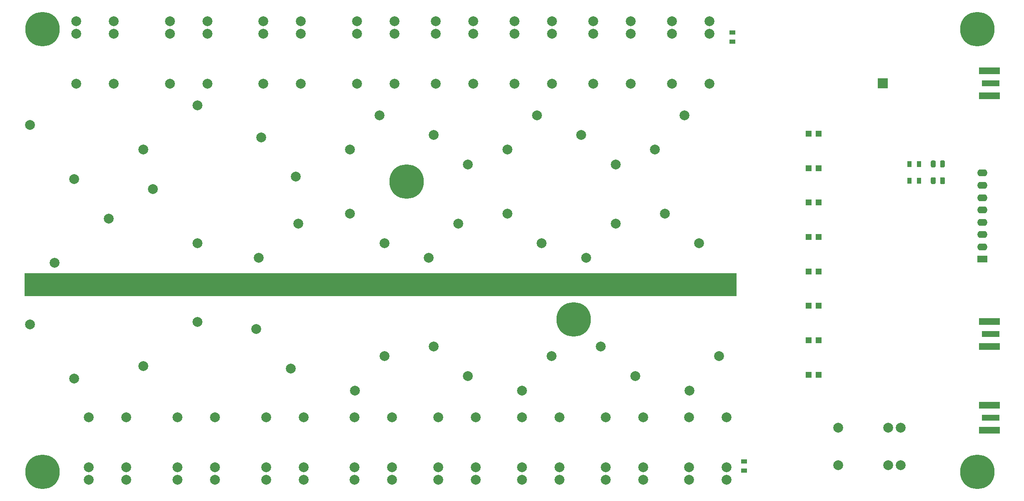
<source format=gts>
G04 #@! TF.GenerationSoftware,KiCad,Pcbnew,5.1.12-84ad8e8a86~92~ubuntu20.04.1*
G04 #@! TF.CreationDate,2022-02-12T14:31:20-08:00*
G04 #@! TF.ProjectId,lp_filter_8_bands,6c705f66-696c-4746-9572-5f385f62616e,rev?*
G04 #@! TF.SameCoordinates,Original*
G04 #@! TF.FileFunction,Soldermask,Top*
G04 #@! TF.FilePolarity,Negative*
%FSLAX46Y46*%
G04 Gerber Fmt 4.6, Leading zero omitted, Abs format (unit mm)*
G04 Created by KiCad (PCBNEW 5.1.12-84ad8e8a86~92~ubuntu20.04.1) date 2022-02-12 14:31:20*
%MOMM*%
%LPD*%
G01*
G04 APERTURE LIST*
%ADD10C,0.100000*%
%ADD11C,2.000000*%
%ADD12R,3.600000X1.270000*%
%ADD13R,4.200000X1.350000*%
%ADD14R,1.200000X1.200000*%
%ADD15O,2.100000X1.400000*%
%ADD16R,2.100000X1.400000*%
%ADD17R,2.032000X2.032000*%
%ADD18R,1.300000X0.900000*%
%ADD19R,0.900000X1.300000*%
%ADD20C,0.800000*%
%ADD21C,7.000000*%
G04 APERTURE END LIST*
D10*
G36*
X196000000Y-109200000D02*
G01*
X51400000Y-109200000D01*
X51400000Y-104600000D01*
X196000000Y-104600000D01*
X196000000Y-109200000D01*
G37*
X196000000Y-109200000D02*
X51400000Y-109200000D01*
X51400000Y-104600000D01*
X196000000Y-104600000D01*
X196000000Y-109200000D01*
D11*
X229420000Y-143640000D03*
X226880000Y-143640000D03*
X229420000Y-136020000D03*
X226880000Y-136020000D03*
X216720000Y-136020000D03*
X216720000Y-143640000D03*
X88540000Y-53380000D03*
X88540000Y-55920000D03*
X80920000Y-53380000D03*
X80920000Y-55920000D03*
X80920000Y-66080000D03*
X88540000Y-66080000D03*
D12*
X247700000Y-134000000D03*
D13*
X247500000Y-131450000D03*
X247500000Y-136550000D03*
D12*
X247700000Y-117000000D03*
D13*
X247500000Y-114450000D03*
X247500000Y-119550000D03*
D12*
X247700000Y-66000000D03*
D13*
X247500000Y-63450000D03*
X247500000Y-68550000D03*
D11*
X124500000Y-121500000D03*
X118500000Y-128500000D03*
X117500000Y-92500000D03*
X124500000Y-98500000D03*
X123500000Y-72500000D03*
X117500000Y-79500000D03*
X134500000Y-119500000D03*
X141500000Y-125500000D03*
X139500000Y-94500000D03*
X133500000Y-101500000D03*
X134500000Y-76500000D03*
X141500000Y-82500000D03*
X158500000Y-121500000D03*
X152500000Y-128500000D03*
X149500000Y-92500000D03*
X156500000Y-98500000D03*
X155500000Y-72500000D03*
X149500000Y-79500000D03*
X168500000Y-119500000D03*
X175500000Y-125500000D03*
X171500000Y-94500000D03*
X165500000Y-101500000D03*
X164500000Y-76500000D03*
X171500000Y-82500000D03*
X192500000Y-121500000D03*
X186500000Y-128500000D03*
X181500000Y-92500000D03*
X188500000Y-98500000D03*
X185500000Y-72500000D03*
X179500000Y-79500000D03*
X98500000Y-116000000D03*
X105500000Y-124000000D03*
X107000000Y-94500000D03*
X99000000Y-101500000D03*
X99500000Y-77000000D03*
X106500000Y-85000000D03*
X86500000Y-114500000D03*
X75500000Y-123500000D03*
X77500000Y-87500000D03*
X86500000Y-98500000D03*
X86500000Y-70500000D03*
X75500000Y-79500000D03*
X52500000Y-115000000D03*
X61500000Y-126000000D03*
X57500000Y-102500000D03*
X68500000Y-93500000D03*
X52500000Y-74500000D03*
X61500000Y-85500000D03*
D14*
X210700000Y-83250000D03*
X212800000Y-83250000D03*
X212800000Y-90250000D03*
X210700000Y-90250000D03*
X210700000Y-97250000D03*
X212800000Y-97250000D03*
X212800000Y-104250000D03*
X210700000Y-104250000D03*
X210700000Y-111250000D03*
X212800000Y-111250000D03*
X210700000Y-118250000D03*
X212800000Y-118250000D03*
X212800000Y-125250000D03*
X210700000Y-125250000D03*
X212800000Y-76250000D03*
X210700000Y-76250000D03*
D15*
X246000000Y-99250000D03*
X246000000Y-96750000D03*
D16*
X246000000Y-101750000D03*
D15*
X246000000Y-94250000D03*
X246000000Y-91750000D03*
X246000000Y-89250000D03*
X246000000Y-86750000D03*
X246000000Y-84250000D03*
D11*
X82460000Y-133920000D03*
X90080000Y-133920000D03*
X90080000Y-144080000D03*
X90080000Y-146620000D03*
X82460000Y-144080000D03*
X82460000Y-146620000D03*
X100460000Y-133920000D03*
X108080000Y-133920000D03*
X108080000Y-144080000D03*
X108080000Y-146620000D03*
X100460000Y-144080000D03*
X100460000Y-146620000D03*
X107540000Y-53380000D03*
X107540000Y-55920000D03*
X99920000Y-53380000D03*
X99920000Y-55920000D03*
X99920000Y-66080000D03*
X107540000Y-66080000D03*
X118460000Y-146620000D03*
X118460000Y-144080000D03*
X126080000Y-146620000D03*
X126080000Y-144080000D03*
X126080000Y-133920000D03*
X118460000Y-133920000D03*
X126540000Y-66080000D03*
X118920000Y-66080000D03*
X118920000Y-55920000D03*
X118920000Y-53380000D03*
X126540000Y-55920000D03*
X126540000Y-53380000D03*
X135460000Y-146620000D03*
X135460000Y-144080000D03*
X143080000Y-146620000D03*
X143080000Y-144080000D03*
X143080000Y-133920000D03*
X135460000Y-133920000D03*
X142540000Y-66080000D03*
X134920000Y-66080000D03*
X134920000Y-55920000D03*
X134920000Y-53380000D03*
X142540000Y-55920000D03*
X142540000Y-53380000D03*
X152460000Y-146620000D03*
X152460000Y-144080000D03*
X160080000Y-146620000D03*
X160080000Y-144080000D03*
X160080000Y-133920000D03*
X152460000Y-133920000D03*
X158540000Y-66080000D03*
X150920000Y-66080000D03*
X150920000Y-55920000D03*
X150920000Y-53380000D03*
X158540000Y-55920000D03*
X158540000Y-53380000D03*
X169460000Y-133920000D03*
X177080000Y-133920000D03*
X177080000Y-144080000D03*
X177080000Y-146620000D03*
X169460000Y-144080000D03*
X169460000Y-146620000D03*
X174540000Y-53380000D03*
X174540000Y-55920000D03*
X166920000Y-53380000D03*
X166920000Y-55920000D03*
X166920000Y-66080000D03*
X174540000Y-66080000D03*
X186460000Y-146620000D03*
X186460000Y-144080000D03*
X194080000Y-146620000D03*
X194080000Y-144080000D03*
X194080000Y-133920000D03*
X186460000Y-133920000D03*
X190540000Y-66080000D03*
X182920000Y-66080000D03*
X182920000Y-55920000D03*
X182920000Y-53380000D03*
X190540000Y-55920000D03*
X190540000Y-53380000D03*
X64460000Y-146620000D03*
X64460000Y-144080000D03*
X72080000Y-146620000D03*
X72080000Y-144080000D03*
X72080000Y-133920000D03*
X64460000Y-133920000D03*
X69540000Y-66080000D03*
X61920000Y-66080000D03*
X61920000Y-55920000D03*
X61920000Y-53380000D03*
X69540000Y-55920000D03*
X69540000Y-53380000D03*
D17*
X225800000Y-66000000D03*
D18*
X195210000Y-55647500D03*
X195210000Y-57552500D03*
X197590000Y-142847500D03*
X197590000Y-144752500D03*
D19*
X233152500Y-82390000D03*
X231247500Y-82390000D03*
X233152500Y-85790000D03*
X231247500Y-85790000D03*
G36*
G01*
X236550000Y-85343750D02*
X236550000Y-86256250D01*
G75*
G02*
X236306250Y-86500000I-243750J0D01*
G01*
X235818750Y-86500000D01*
G75*
G02*
X235575000Y-86256250I0J243750D01*
G01*
X235575000Y-85343750D01*
G75*
G02*
X235818750Y-85100000I243750J0D01*
G01*
X236306250Y-85100000D01*
G75*
G02*
X236550000Y-85343750I0J-243750D01*
G01*
G37*
G36*
G01*
X238425000Y-85343750D02*
X238425000Y-86256250D01*
G75*
G02*
X238181250Y-86500000I-243750J0D01*
G01*
X237693750Y-86500000D01*
G75*
G02*
X237450000Y-86256250I0J243750D01*
G01*
X237450000Y-85343750D01*
G75*
G02*
X237693750Y-85100000I243750J0D01*
G01*
X238181250Y-85100000D01*
G75*
G02*
X238425000Y-85343750I0J-243750D01*
G01*
G37*
G36*
G01*
X238425000Y-81943750D02*
X238425000Y-82856250D01*
G75*
G02*
X238181250Y-83100000I-243750J0D01*
G01*
X237693750Y-83100000D01*
G75*
G02*
X237450000Y-82856250I0J243750D01*
G01*
X237450000Y-81943750D01*
G75*
G02*
X237693750Y-81700000I243750J0D01*
G01*
X238181250Y-81700000D01*
G75*
G02*
X238425000Y-81943750I0J-243750D01*
G01*
G37*
G36*
G01*
X236550000Y-81943750D02*
X236550000Y-82856250D01*
G75*
G02*
X236306250Y-83100000I-243750J0D01*
G01*
X235818750Y-83100000D01*
G75*
G02*
X235575000Y-82856250I0J243750D01*
G01*
X235575000Y-81943750D01*
G75*
G02*
X235818750Y-81700000I243750J0D01*
G01*
X236306250Y-81700000D01*
G75*
G02*
X236550000Y-81943750I0J-243750D01*
G01*
G37*
D20*
X56856155Y-53143845D03*
X55000000Y-52375000D03*
X53143845Y-53143845D03*
X52375000Y-55000000D03*
X53143845Y-56856155D03*
X55000000Y-57625000D03*
X56856155Y-56856155D03*
X57625000Y-55000000D03*
D21*
X55000000Y-55000000D03*
X245000000Y-55000000D03*
D20*
X247625000Y-55000000D03*
X246856155Y-56856155D03*
X245000000Y-57625000D03*
X243143845Y-56856155D03*
X242375000Y-55000000D03*
X243143845Y-53143845D03*
X245000000Y-52375000D03*
X246856155Y-53143845D03*
X246856155Y-143143845D03*
X245000000Y-142375000D03*
X243143845Y-143143845D03*
X242375000Y-145000000D03*
X243143845Y-146856155D03*
X245000000Y-147625000D03*
X246856155Y-146856155D03*
X247625000Y-145000000D03*
D21*
X245000000Y-145000000D03*
X55000000Y-145000000D03*
D20*
X57625000Y-145000000D03*
X56856155Y-146856155D03*
X55000000Y-147625000D03*
X53143845Y-146856155D03*
X52375000Y-145000000D03*
X53143845Y-143143845D03*
X55000000Y-142375000D03*
X56856155Y-143143845D03*
X130856155Y-84143845D03*
X129000000Y-83375000D03*
X127143845Y-84143845D03*
X126375000Y-86000000D03*
X127143845Y-87856155D03*
X129000000Y-88625000D03*
X130856155Y-87856155D03*
X131625000Y-86000000D03*
D21*
X129000000Y-86000000D03*
X163000000Y-114000000D03*
D20*
X165625000Y-114000000D03*
X164856155Y-115856155D03*
X163000000Y-116625000D03*
X161143845Y-115856155D03*
X160375000Y-114000000D03*
X161143845Y-112143845D03*
X163000000Y-111375000D03*
X164856155Y-112143845D03*
M02*

</source>
